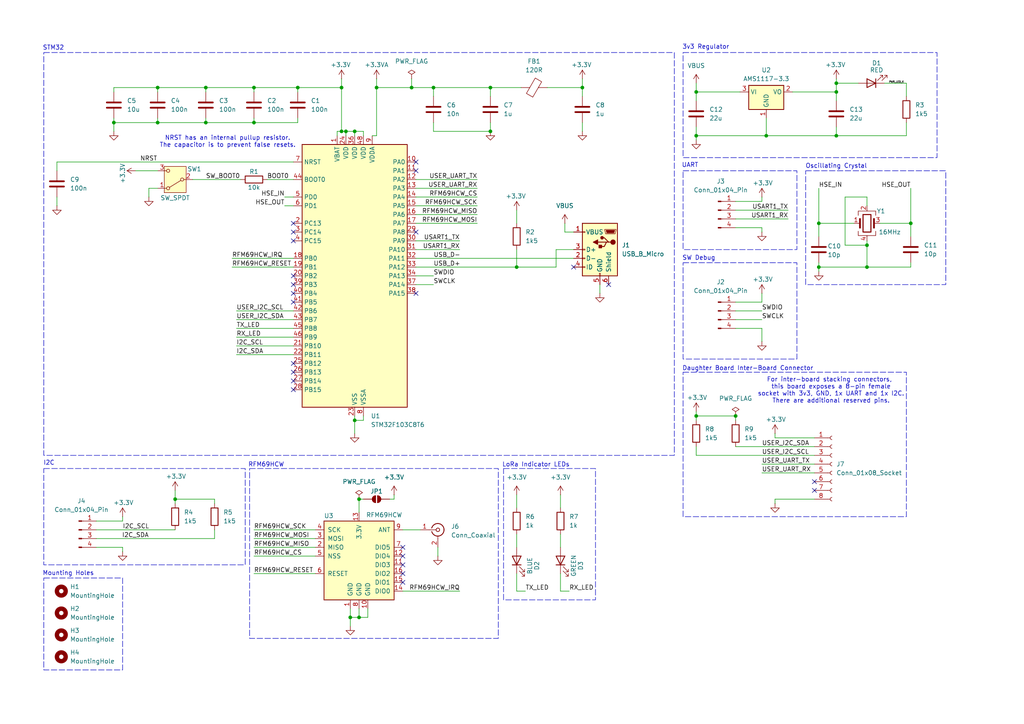
<source format=kicad_sch>
(kicad_sch (version 20250114) (generator "eeschema") (generator_version "9.0")
  (paper "A4")
  (lib_symbols
    (symbol "Connector:Conn_01x04_Pin" (pin_names (offset 1.016) (hide yes))
      (property "Reference" "J" (at 0 5.08 0))
      (property "Value" "Conn_01x04_Pin" (at 0 -7.62 0))
      (symbol "Conn_01x04_Pin_1_1"
        (pin passive line (at 5.08 2.54 180) (length 3.81) (name "Pin_1") (number "1"))
        (pin passive line (at 5.08 0 180) (length 3.81) (name "Pin_2") (number "2"))
        (pin passive line (at 5.08 -2.54 180) (length 3.81) (name "Pin_3") (number "3"))
        (pin passive line (at 5.08 -5.08 180) (length 3.81) (name "Pin_4") (number "4"))
      )
    )
    (symbol "Connector:Conn_01x08_Socket" (pin_names (offset 1.016) (hide yes))
      (property "Reference" "J" (at 0 10.16 0))
      (property "Value" "Conn_01x08_Socket" (at 0 -12.7 0))
      (symbol "Conn_01x08_Socket_1_1"
        (pin passive line (at -5.08 7.62 0) (length 3.81) (name "Pin_1") (number "1"))
        (pin passive line (at -5.08 5.08 0) (length 3.81) (name "Pin_2") (number "2"))
        (pin passive line (at -5.08 2.54 0) (length 3.81) (name "Pin_3") (number "3"))
        (pin passive line (at -5.08 0 0) (length 3.81) (name "Pin_4") (number "4"))
        (pin passive line (at -5.08 -2.54 0) (length 3.81) (name "Pin_5") (number "5"))
        (pin passive line (at -5.08 -5.08 0) (length 3.81) (name "Pin_6") (number "6"))
        (pin passive line (at -5.08 -7.62 0) (length 3.81) (name "Pin_7") (number "7"))
        (pin passive line (at -5.08 -10.16 0) (length 3.81) (name "Pin_8") (number "8"))
      )
    )
    (symbol "Connector:Conn_Coaxial" (pin_names (offset 1.016) (hide yes))
      (property "Reference" "J" (at 0.254 3.048 0))
      (property "Value" "Conn_Coaxial" (at 2.921 0 90))
      (symbol "Conn_Coaxial_1_1"
        (pin passive line (at -5.08 0 0) (length 2.54) (name "In") (number "1"))
        (pin passive line (at 0 -5.08 90) (length 2.54) (name "Ext") (number "2"))
      )
    )
    (symbol "Connector:USB_B_Micro" (pin_names (offset 1.016))
      (property "Reference" "J" (at -5.08 11.43 0))
      (property "Value" "USB_B_Micro" (at -5.08 8.89 0))
      (symbol "USB_B_Micro_1_1"
        (pin passive line (at -2.54 -10.16 90) (length 2.54) (name "Shield") (number "6"))
        (pin power_out line (at 0 -10.16 90) (length 2.54) (name "GND") (number "5"))
        (pin power_out line (at 7.62 5.08 180) (length 2.54) (name "VBUS") (number "1"))
        (pin bidirectional line (at 7.62 0 180) (length 2.54) (name "D+") (number "3"))
        (pin bidirectional line (at 7.62 -2.54 180) (length 2.54) (name "D-") (number "2"))
        (pin passive line (at 7.62 -5.08 180) (length 2.54) (name "ID") (number "4"))
      )
    )
    (symbol "Device:C" (pin_numbers (hide yes)) (pin_names (offset 0.254))
      (property "Reference" "C" (at 0.635 2.54 0))
      (property "Value" "C" (at 0.635 -2.54 0))
      (symbol "C_1_1"
        (pin passive line (at 0 3.81 270) (length 2.794) (name "~") (number "1"))
        (pin passive line (at 0 -3.81 90) (length 2.794) (name "~") (number "2"))
      )
    )
    (symbol "Device:Crystal_GND24" (pin_names (offset 1.016) (hide yes))
      (property "Reference" "Y" (at 3.175 5.08 0))
      (property "Value" "Crystal_GND24" (at 3.175 3.175 0))
      (symbol "Crystal_GND24_1_1"
        (pin passive line (at -3.81 0 0) (length 1.27) (name "1") (number "1"))
        (pin passive line (at 0 5.08 270) (length 1.27) (name "2") (number "2"))
        (pin passive line (at 0 -5.08 90) (length 1.27) (name "4") (number "4"))
        (pin passive line (at 3.81 0 180) (length 1.27) (name "3") (number "3"))
      )
    )
    (symbol "Device:FerriteBead" (pin_numbers (hide yes)) (pin_names (offset 0))
      (property "Reference" "FB" (at -3.81 0.635 90))
      (property "Value" "FerriteBead" (at 3.81 0 90))
      (symbol "FerriteBead_1_1"
        (pin passive line (at 0 3.81 270) (length 2.54) (name "~") (number "1"))
        (pin passive line (at 0 -3.81 90) (length 2.54) (name "~") (number "2"))
      )
    )
    (symbol "Device:LED" (pin_numbers (hide yes)) (pin_names (offset 1.016) (hide yes))
      (property "Reference" "D" (at 0 2.54 0))
      (property "Value" "LED" (at 0 -2.54 0))
      (symbol "LED_1_1"
        (pin passive line (at -3.81 0 0) (length 2.54) (name "K") (number "1"))
        (pin passive line (at 3.81 0 180) (length 2.54) (name "A") (number "2"))
      )
    )
    (symbol "Device:R" (pin_numbers (hide yes)) (pin_names (offset 0))
      (property "Reference" "R" (at 2.032 0 90))
      (property "Value" "R" (at 0 0 90))
      (symbol "R_1_1"
        (pin passive line (at 0 3.81 270) (length 1.27) (name "~") (number "1"))
        (pin passive line (at 0 -3.81 90) (length 1.27) (name "~") (number "2"))
      )
    )
    (symbol "Jumper:SolderJumper_2_Open" (pin_numbers (hide yes)) (pin_names (offset 0) (hide yes)) (in_bom no)
      (property "Reference" "JP" (at 0 2.032 0))
      (property "Value" "SolderJumper_2_Open" (at 0 -2.54 0))
      (symbol "SolderJumper_2_Open_1_1"
        (pin passive line (at -3.81 0 0) (length 2.54) (name "A") (number "1"))
        (pin passive line (at 3.81 0 180) (length 2.54) (name "B") (number "2"))
      )
    )
    (symbol "MCU_ST_STM32F1:STM32F103C8Tx"
      (property "Reference" "U" (at -15.24 39.37 0))
      (property "Value" "STM32F103C8Tx" (at 7.62 39.37 0))
      (symbol "STM32F103C8Tx_1_1"
        (pin input line (at -17.78 33.02 0) (length 2.54) (name "NRST") (number "7"))
        (pin input line (at -17.78 27.94 0) (length 2.54) (name "BOOT0") (number "44"))
        (pin bidirectional line (at -17.78 22.86 0) (length 2.54) (name "PD0") (number "5"))
        (pin bidirectional line (at -17.78 20.32 0) (length 2.54) (name "PD1") (number "6"))
        (pin bidirectional line (at -17.78 15.24 0) (length 2.54) (name "PC13") (number "2"))
        (pin bidirectional line (at -17.78 12.7 0) (length 2.54) (name "PC14") (number "3"))
        (pin bidirectional line (at -17.78 10.16 0) (length 2.54) (name "PC15") (number "4"))
        (pin bidirectional line (at -17.78 5.08 0) (length 2.54) (name "PB0") (number "18"))
        (pin bidirectional line (at -17.78 2.54 0) (length 2.54) (name "PB1") (number "19"))
        (pin bidirectional line (at -17.78 0 0) (length 2.54) (name "PB2") (number "20"))
        (pin bidirectional line (at -17.78 -2.54 0) (length 2.54) (name "PB3") (number "39"))
        (pin bidirectional line (at -17.78 -5.08 0) (length 2.54) (name "PB4") (number "40"))
        (pin bidirectional line (at -17.78 -7.62 0) (length 2.54) (name "PB5") (number "41"))
        (pin bidirectional line (at -17.78 -10.16 0) (length 2.54) (name "PB6") (number "42"))
        (pin bidirectional line (at -17.78 -12.7 0) (length 2.54) (name "PB7") (number "43"))
        (pin bidirectional line (at -17.78 -15.24 0) (length 2.54) (name "PB8") (number "45"))
        (pin bidirectional line (at -17.78 -17.78 0) (length 2.54) (name "PB9") (number "46"))
        (pin bidirectional line (at -17.78 -20.32 0) (length 2.54) (name "PB10") (number "21"))
        (pin bidirectional line (at -17.78 -22.86 0) (length 2.54) (name "PB11") (number "22"))
        (pin bidirectional line (at -17.78 -25.4 0) (length 2.54) (name "PB12") (number "25"))
        (pin bidirectional line (at -17.78 -27.94 0) (length 2.54) (name "PB13") (number "26"))
        (pin bidirectional line (at -17.78 -30.48 0) (length 2.54) (name "PB14") (number "27"))
        (pin bidirectional line (at -17.78 -33.02 0) (length 2.54) (name "PB15") (number "28"))
        (pin power_in line (at -5.08 40.64 270) (length 2.54) (name "VBAT") (number "1"))
        (pin power_in line (at -2.54 40.64 270) (length 2.54) (name "VDD") (number "24"))
        (pin power_in line (at 0 40.64 270) (length 2.54) (name "VDD") (number "36"))
        (pin power_in line (at 0 -40.64 90) (length 2.54) (name "VSS") (number "23"))
        (pin passive line (at 0 -40.64 90) (length 2.54) (hide yes) (name "VSS") (number "35"))
        (pin passive line (at 0 -40.64 90) (length 2.54) (hide yes) (name "VSS") (number "47"))
        (pin power_in line (at 2.54 40.64 270) (length 2.54) (name "VDD") (number "48"))
        (pin power_in line (at 2.54 -40.64 90) (length 2.54) (name "VSSA") (number "8"))
        (pin power_in line (at 5.08 40.64 270) (length 2.54) (name "VDDA") (number "9"))
        (pin bidirectional line (at 17.78 33.02 180) (length 2.54) (name "PA0") (number "10"))
        (pin bidirectional line (at 17.78 30.48 180) (length 2.54) (name "PA1") (number "11"))
        (pin bidirectional line (at 17.78 27.94 180) (length 2.54) (name "PA2") (number "12"))
        (pin bidirectional line (at 17.78 25.4 180) (length 2.54) (name "PA3") (number "13"))
        (pin bidirectional line (at 17.78 22.86 180) (length 2.54) (name "PA4") (number "14"))
        (pin bidirectional line (at 17.78 20.32 180) (length 2.54) (name "PA5") (number "15"))
        (pin bidirectional line (at 17.78 17.78 180) (length 2.54) (name "PA6") (number "16"))
        (pin bidirectional line (at 17.78 15.24 180) (length 2.54) (name "PA7") (number "17"))
        (pin bidirectional line (at 17.78 12.7 180) (length 2.54) (name "PA8") (number "29"))
        (pin bidirectional line (at 17.78 10.16 180) (length 2.54) (name "PA9") (number "30"))
        (pin bidirectional line (at 17.78 7.62 180) (length 2.54) (name "PA10") (number "31"))
        (pin bidirectional line (at 17.78 5.08 180) (length 2.54) (name "PA11") (number "32"))
        (pin bidirectional line (at 17.78 2.54 180) (length 2.54) (name "PA12") (number "33"))
        (pin bidirectional line (at 17.78 0 180) (length 2.54) (name "PA13") (number "34"))
        (pin bidirectional line (at 17.78 -2.54 180) (length 2.54) (name "PA14") (number "37"))
        (pin bidirectional line (at 17.78 -5.08 180) (length 2.54) (name "PA15") (number "38"))
      )
    )
    (symbol "Mechanical:MountingHole" (pin_names (offset 1.016)) (in_bom no)
      (property "Reference" "H" (at 0 5.08 0))
      (property "Value" "MountingHole" (at 0 3.175 0))
    )
    (symbol "RF_Module:RFM69HCW" (pin_names (offset 1.016))
      (property "Reference" "U" (at -10.414 11.684 0))
      (property "Value" "RFM69HCW" (at 1.524 11.43 0))
      (symbol "RFM69HCW_1_1"
        (pin input line (at -12.7 7.62 0) (length 2.54) (name "SCK") (number "4"))
        (pin input line (at -12.7 5.08 0) (length 2.54) (name "MOSI") (number "3"))
        (pin output line (at -12.7 2.54 0) (length 2.54) (name "MISO") (number "2"))
        (pin input line (at -12.7 0 0) (length 2.54) (name "NSS") (number "5"))
        (pin bidirectional line (at -12.7 -5.08 0) (length 2.54) (name "RESET") (number "6"))
        (pin power_in line (at -2.54 -15.24 90) (length 2.54) (name "GND") (number "1"))
        (pin power_in line (at 0 12.7 270) (length 2.54) (name "3.3V") (number "13"))
        (pin power_in line (at 0 -15.24 90) (length 2.54) (name "GND") (number "8"))
        (pin power_in line (at 2.54 -15.24 90) (length 2.54) (name "GND") (number "10"))
        (pin bidirectional line (at 12.7 7.62 180) (length 2.54) (name "ANT") (number "9"))
        (pin bidirectional line (at 12.7 2.54 180) (length 2.54) (name "DIO5") (number "7"))
        (pin bidirectional line (at 12.7 0 180) (length 2.54) (name "DIO4") (number "12"))
        (pin bidirectional line (at 12.7 -2.54 180) (length 2.54) (name "DIO3") (number "11"))
        (pin bidirectional line (at 12.7 -5.08 180) (length 2.54) (name "DIO2") (number "16"))
        (pin bidirectional line (at 12.7 -7.62 180) (length 2.54) (name "DIO1") (number "15"))
        (pin bidirectional line (at 12.7 -10.16 180) (length 2.54) (name "DIO0") (number "14"))
      )
    )
    (symbol "Regulator_Linear:AMS1117-3.3"
      (property "Reference" "U" (at -3.81 3.175 0))
      (property "Value" "AMS1117-3.3" (at 0 3.175 0))
      (symbol "AMS1117-3.3_1_1"
        (pin power_in line (at -7.62 0 0) (length 2.54) (name "VI") (number "3"))
        (pin power_in line (at 0 -7.62 90) (length 2.54) (name "GND") (number "1"))
        (pin power_out line (at 7.62 0 180) (length 2.54) (name "VO") (number "2"))
      )
    )
    (symbol "Switch:SW_SPDT" (pin_names (offset 0) (hide yes))
      (property "Reference" "SW" (at 0 5.08 0))
      (property "Value" "SW_SPDT" (at 0 -5.08 0))
      (symbol "SW_SPDT_1_1"
        (pin passive line (at -5.08 0 0) (length 2.54) (name "B") (number "2"))
        (pin passive line (at 5.08 2.54 180) (length 2.54) (name "A") (number "1"))
        (pin passive line (at 5.08 -2.54 180) (length 2.54) (name "C") (number "3"))
      )
    )
    (symbol "power:+3.3V" (power) (pin_numbers (hide yes)) (pin_names (offset 0) (hide yes))
      (property "Value" "+3.3V" (at 0 3.556 0))
      (symbol "+3.3V_1_1"
        (pin power_in line (at 0 0 90) (length 0) (name "~") (number "1"))
      )
    )
    (symbol "power:+3.3VA" (power) (pin_numbers (hide yes)) (pin_names (offset 0) (hide yes))
      (property "Value" "+3.3VA" (at 0 3.556 0))
      (symbol "+3.3VA_1_1"
        (pin power_in line (at 0 0 90) (length 0) (name "~") (number "1"))
      )
    )
    (symbol "power:GND" (power) (pin_numbers (hide yes)) (pin_names (offset 0) (hide yes))
      (property "Value" "GND" (at 0 -3.81 0))
      (symbol "GND_1_1"
        (pin power_in line (at 0 0 270) (length 0) (name "~") (number "1"))
      )
    )
    (symbol "power:PWR_FLAG" (power) (pin_numbers (hide yes)) (pin_names (offset 0) (hide yes))
      (property "Value" "PWR_FLAG" (at 0 3.81 0))
      (symbol "PWR_FLAG_0_0"
        (pin power_out line (at 0 0 90) (length 0) (name "~") (number "1"))
      )
    )
    (symbol "power:VBUS" (power) (pin_numbers (hide yes)) (pin_names (offset 0) (hide yes))
      (property "Value" "VBUS" (at 0 3.556 0))
      (symbol "VBUS_1_1"
        (pin power_in line (at 0 0 90) (length 0) (name "~") (number "1"))
      )
    )
  )
  (rectangle (start 146.05 135.89) (end 172.72 173.99) (stroke (width 0) (type dash)))
  (rectangle (start 12.7 167.64) (end 35.56 194.31) (stroke (width 0) (type dash)))
  (rectangle (start 198.12 76.2) (end 231.14 104.14) (stroke (width 0) (type dash)))
  (rectangle (start 198.12 15.24) (end 271.78 45.72) (stroke (width 0) (type dash)))
  (rectangle (start 198.12 107.95) (end 262.89 149.86) (stroke (width 0) (type dash)))
  (rectangle (start 72.39 135.89) (end 144.526 185.166) (stroke (width 0) (type dash)))
  (rectangle (start 233.68 49.53) (end 274.32 82.55) (stroke (width 0) (type dash)))
  (rectangle (start 12.7 15.24) (end 195.58 132.08) (stroke (width 0) (type dash)))
  (rectangle (start 198.12 49.53) (end 231.14 72.39) (stroke (width 0) (type dash)))
  (rectangle (start 12.7 135.89) (end 71.12 163.83) (stroke (width 0) (type dash)))
  (text "Daughter Board Inter-Board Connector" (at 216.916 106.934 0) (effects (font (size 1.27 1.27))))
  (text "SW Debug" (at 202.692 74.93 0) (effects (font (size 1.27 1.27))))
  (text "Mounting Holes" (at 19.812 166.37 0) (effects (font (size 1.27 1.27))))
  (text "NRST has an internal pullup resistor.\nThe capacitor is to prevent false resets.\n" (at 66.04 41.148 0) (effects (font (size 1.27 1.27))))
  (text "UART" (at 200.152 48.006 0) (effects (font (size 1.27 1.27))))
  (text "STM32" (at 15.494 13.97 0) (effects (font (size 1.27 1.27))))
  (text "For inter-board stacking connectors, \nthis board exposes a 8-pin female\nsocket with 3v3, GND, 1x UART and 1x I2C.\nThere are additional reserved pins." (at 241.046 113.284 0) (effects (font (size 1.27 1.27))))
  (text "3v3 Regulator" (at 204.724 13.716 0) (effects (font (size 1.27 1.27))))
  (text "Oscillating Crystal" (at 242.57 48.26 0) (effects (font (size 1.27 1.27))))
  (text "I2C" (at 14.224 134.366 0) (effects (font (size 1.27 1.27))))
  (text "RFM69HCW" (at 77.216 134.874 0) (effects (font (size 1.27 1.27))))
  (text "LoRa Indicator LEDs" (at 155.448 134.874 0) (effects (font (size 1.27 1.27))))
  (junction (at 50.8 144.78))
  (junction (at 149.86 77.47))
  (junction (at 73.66 25.4))
  (junction (at 264.16 64.77))
  (junction (at 101.6 179.07))
  (junction (at 237.49 64.77))
  (junction (at 242.57 26.67))
  (junction (at 119.38 25.4))
  (junction (at 59.69 25.4))
  (junction (at 251.46 71.12))
  (junction (at 251.46 77.47))
  (junction (at 102.87 121.92))
  (junction (at 99.06 25.4))
  (junction (at 222.25 39.37))
  (junction (at 168.91 25.4))
  (junction (at 109.22 25.4))
  (junction (at 104.14 144.78))
  (junction (at 242.57 24.13))
  (junction (at 59.69 35.56))
  (junction (at 201.93 39.37))
  (junction (at 45.72 35.56))
  (junction (at 213.36 120.65))
  (junction (at 125.73 25.4))
  (junction (at 33.02 35.56))
  (junction (at 142.24 25.4))
  (junction (at 201.93 120.65))
  (junction (at 142.24 38.1))
  (junction (at 104.14 179.07))
  (junction (at 100.33 38.1))
  (junction (at 201.93 26.67))
  (junction (at 242.57 39.37))
  (junction (at 237.49 77.47))
  (junction (at 102.87 38.1))
  (junction (at 45.72 25.4))
  (junction (at 73.66 35.56))
  (junction (at 99.06 38.1))
  (junction (at 86.36 25.4))
  (no_connect (at 85.09 69.85))
  (no_connect (at 116.84 161.29))
  (no_connect (at 85.09 82.55))
  (no_connect (at 116.84 158.75))
  (no_connect (at 85.09 113.03))
  (no_connect (at 166.37 77.47))
  (no_connect (at 236.22 142.24))
  (no_connect (at 120.65 46.99))
  (no_connect (at 85.09 80.01))
  (no_connect (at 85.09 85.09))
  (no_connect (at 85.09 64.77))
  (no_connect (at 85.09 67.31))
  (no_connect (at 120.65 49.53))
  (no_connect (at 176.53 82.55))
  (no_connect (at 236.22 139.7))
  (no_connect (at 120.65 85.09))
  (no_connect (at 116.84 166.37))
  (no_connect (at 85.09 87.63))
  (no_connect (at 120.65 67.31))
  (no_connect (at 116.84 163.83))
  (no_connect (at 85.09 110.49))
  (no_connect (at 85.09 105.41))
  (no_connect (at 116.84 168.91))
  (no_connect (at 85.09 107.95))
  (wire (pts (xy 242.57 26.67) (xy 242.57 29.21)))
  (wire (pts (xy 73.66 161.29) (xy 91.44 161.29)))
  (wire (pts (xy 102.87 38.1) (xy 102.87 39.37)))
  (wire (pts (xy 82.55 59.69) (xy 85.09 59.69)))
  (wire (pts (xy 220.98 90.17) (xy 213.36 90.17)))
  (wire (pts (xy 27.94 156.21) (xy 62.23 156.21)))
  (wire (pts (xy 213.36 129.54) (xy 236.22 129.54)))
  (wire (pts (xy 116.84 171.45) (xy 133.35 171.45)))
  (wire (pts (xy 62.23 146.05) (xy 62.23 144.78)))
  (wire (pts (xy 45.72 25.4) (xy 45.72 26.67)))
  (wire (pts (xy 142.24 25.4) (xy 151.13 25.4)))
  (wire (pts (xy 77.47 52.07) (xy 85.09 52.07)))
  (wire (pts (xy 116.84 153.67) (xy 121.92 153.67)))
  (wire (pts (xy 220.98 95.25) (xy 220.98 99.06)))
  (wire (pts (xy 68.58 92.71) (xy 85.09 92.71)))
  (wire (pts (xy 264.16 54.61) (xy 264.16 64.77)))
  (wire (pts (xy 220.98 92.71) (xy 213.36 92.71)))
  (wire (pts (xy 251.46 59.69) (xy 251.46 57.15)))
  (wire (pts (xy 224.79 144.78) (xy 224.79 146.05)))
  (wire (pts (xy 125.73 25.4) (xy 142.24 25.4)))
  (wire (pts (xy 120.65 80.01) (xy 125.73 80.01)))
  (wire (pts (xy 262.89 24.13) (xy 262.89 27.94)))
  (wire (pts (xy 251.46 71.12) (xy 251.46 77.47)))
  (wire (pts (xy 245.11 57.15) (xy 245.11 71.12)))
  (wire (pts (xy 149.86 143.51) (xy 149.86 147.32)))
  (wire (pts (xy 222.25 39.37) (xy 201.93 39.37)))
  (wire (pts (xy 120.65 57.15) (xy 138.43 57.15)))
  (wire (pts (xy 262.89 39.37) (xy 242.57 39.37)))
  (wire (pts (xy 73.66 156.21) (xy 91.44 156.21)))
  (wire (pts (xy 224.79 127) (xy 236.22 127)))
  (wire (pts (xy 55.88 52.07) (xy 69.85 52.07)))
  (wire (pts (xy 86.36 25.4) (xy 99.06 25.4)))
  (wire (pts (xy 73.66 35.56) (xy 86.36 35.56)))
  (wire (pts (xy 50.8 144.78) (xy 50.8 146.05)))
  (wire (pts (xy 100.33 38.1) (xy 102.87 38.1)))
  (wire (pts (xy 16.51 46.99) (xy 85.09 46.99)))
  (wire (pts (xy 68.58 90.17) (xy 85.09 90.17)))
  (wire (pts (xy 264.16 64.77) (xy 264.16 68.58)))
  (wire (pts (xy 127 158.75) (xy 127 161.29)))
  (wire (pts (xy 264.16 76.2) (xy 264.16 77.47)))
  (wire (pts (xy 120.65 54.61) (xy 138.43 54.61)))
  (wire (pts (xy 201.93 36.83) (xy 201.93 39.37)))
  (wire (pts (xy 162.56 143.51) (xy 162.56 147.32)))
  (wire (pts (xy 43.18 57.15) (xy 43.18 54.61)))
  (wire (pts (xy 73.66 25.4) (xy 73.66 26.67)))
  (wire (pts (xy 104.14 176.53) (xy 104.14 179.07)))
  (wire (pts (xy 245.11 71.12) (xy 251.46 71.12)))
  (wire (pts (xy 16.51 57.15) (xy 16.51 59.69)))
  (wire (pts (xy 73.66 158.75) (xy 91.44 158.75)))
  (wire (pts (xy 149.86 171.45) (xy 152.4 171.45)))
  (wire (pts (xy 255.27 64.77) (xy 264.16 64.77)))
  (wire (pts (xy 114.3 144.78) (xy 113.03 144.78)))
  (wire (pts (xy 236.22 144.78) (xy 224.79 144.78)))
  (wire (pts (xy 220.98 87.63) (xy 213.36 87.63)))
  (wire (pts (xy 242.57 24.13) (xy 248.92 24.13)))
  (wire (pts (xy 251.46 77.47) (xy 264.16 77.47)))
  (wire (pts (xy 59.69 25.4) (xy 45.72 25.4)))
  (wire (pts (xy 251.46 69.85) (xy 251.46 71.12)))
  (wire (pts (xy 162.56 171.45) (xy 165.1 171.45)))
  (wire (pts (xy 237.49 64.77) (xy 247.65 64.77)))
  (wire (pts (xy 256.54 24.13) (xy 262.89 24.13)))
  (wire (pts (xy 114.3 143.51) (xy 114.3 144.78)))
  (wire (pts (xy 237.49 64.77) (xy 237.49 68.58)))
  (wire (pts (xy 149.86 72.39) (xy 149.86 77.47)))
  (wire (pts (xy 119.38 25.4) (xy 109.22 25.4)))
  (wire (pts (xy 99.06 38.1) (xy 100.33 38.1)))
  (wire (pts (xy 27.94 158.75) (xy 35.56 158.75)))
  (wire (pts (xy 224.79 125.73) (xy 224.79 127)))
  (wire (pts (xy 201.93 26.67) (xy 214.63 26.67)))
  (wire (pts (xy 201.93 39.37) (xy 201.93 40.64)))
  (wire (pts (xy 213.36 63.5) (xy 228.6 63.5)))
  (wire (pts (xy 213.36 60.96) (xy 228.6 60.96)))
  (wire (pts (xy 109.22 39.37) (xy 107.95 39.37)))
  (wire (pts (xy 101.6 179.07) (xy 101.6 181.61)))
  (wire (pts (xy 120.65 74.93) (xy 166.37 74.93)))
  (wire (pts (xy 242.57 22.86) (xy 242.57 24.13)))
  (wire (pts (xy 201.93 132.08) (xy 236.22 132.08)))
  (wire (pts (xy 68.58 100.33) (xy 85.09 100.33)))
  (wire (pts (xy 68.58 97.79) (xy 85.09 97.79)))
  (wire (pts (xy 161.29 77.47) (xy 161.29 72.39)))
  (wire (pts (xy 201.93 24.13) (xy 201.93 26.67)))
  (wire (pts (xy 213.36 95.25) (xy 220.98 95.25)))
  (wire (pts (xy 35.56 158.75) (xy 35.56 160.02)))
  (wire (pts (xy 120.65 59.69) (xy 138.43 59.69)))
  (wire (pts (xy 101.6 179.07) (xy 104.14 179.07)))
  (wire (pts (xy 82.55 57.15) (xy 85.09 57.15)))
  (wire (pts (xy 242.57 36.83) (xy 242.57 39.37)))
  (wire (pts (xy 27.94 153.67) (xy 50.8 153.67)))
  (wire (pts (xy 33.02 35.56) (xy 33.02 34.29)))
  (wire (pts (xy 102.87 38.1) (xy 105.41 38.1)))
  (wire (pts (xy 86.36 25.4) (xy 73.66 25.4)))
  (wire (pts (xy 237.49 54.61) (xy 237.49 64.77)))
  (wire (pts (xy 125.73 38.1) (xy 142.24 38.1)))
  (wire (pts (xy 201.93 120.65) (xy 201.93 121.92)))
  (wire (pts (xy 237.49 77.47) (xy 251.46 77.47)))
  (wire (pts (xy 59.69 25.4) (xy 59.69 26.67)))
  (wire (pts (xy 43.18 54.61) (xy 45.72 54.61)))
  (wire (pts (xy 59.69 35.56) (xy 59.69 34.29)))
  (wire (pts (xy 99.06 38.1) (xy 97.79 38.1)))
  (wire (pts (xy 201.93 119.38) (xy 201.93 120.65)))
  (wire (pts (xy 201.93 29.21) (xy 201.93 26.67)))
  (wire (pts (xy 149.86 60.96) (xy 149.86 64.77)))
  (wire (pts (xy 45.72 35.56) (xy 59.69 35.56)))
  (wire (pts (xy 105.41 121.92) (xy 102.87 121.92)))
  (wire (pts (xy 149.86 154.94) (xy 149.86 158.75)))
  (wire (pts (xy 109.22 22.86) (xy 109.22 25.4)))
  (wire (pts (xy 99.06 25.4) (xy 99.06 38.1)))
  (wire (pts (xy 168.91 22.86) (xy 168.91 25.4)))
  (wire (pts (xy 237.49 76.2) (xy 237.49 77.47)))
  (wire (pts (xy 101.6 176.53) (xy 101.6 179.07)))
  (wire (pts (xy 168.91 25.4) (xy 168.91 27.94)))
  (wire (pts (xy 27.94 151.13) (xy 35.56 151.13)))
  (wire (pts (xy 201.93 120.65) (xy 213.36 120.65)))
  (wire (pts (xy 106.68 176.53) (xy 106.68 179.07)))
  (wire (pts (xy 105.41 120.65) (xy 105.41 121.92)))
  (wire (pts (xy 73.66 25.4) (xy 59.69 25.4)))
  (wire (pts (xy 105.41 144.78) (xy 104.14 144.78)))
  (wire (pts (xy 220.98 137.16) (xy 236.22 137.16)))
  (wire (pts (xy 67.31 77.47) (xy 85.09 77.47)))
  (wire (pts (xy 120.65 77.47) (xy 149.86 77.47)))
  (wire (pts (xy 120.65 52.07) (xy 138.43 52.07)))
  (wire (pts (xy 262.89 35.56) (xy 262.89 39.37)))
  (wire (pts (xy 86.36 35.56) (xy 86.36 34.29)))
  (wire (pts (xy 222.25 34.29) (xy 222.25 39.37)))
  (wire (pts (xy 45.72 35.56) (xy 45.72 34.29)))
  (wire (pts (xy 220.98 134.62) (xy 236.22 134.62)))
  (wire (pts (xy 237.49 77.47) (xy 237.49 78.74)))
  (wire (pts (xy 162.56 166.37) (xy 162.56 171.45)))
  (wire (pts (xy 158.75 25.4) (xy 168.91 25.4)))
  (wire (pts (xy 161.29 72.39) (xy 166.37 72.39)))
  (wire (pts (xy 68.58 95.25) (xy 85.09 95.25)))
  (wire (pts (xy 102.87 121.92) (xy 102.87 125.73)))
  (wire (pts (xy 120.65 72.39) (xy 133.35 72.39)))
  (wire (pts (xy 125.73 25.4) (xy 125.73 27.94)))
  (wire (pts (xy 142.24 35.56) (xy 142.24 38.1)))
  (wire (pts (xy 59.69 35.56) (xy 73.66 35.56)))
  (wire (pts (xy 162.56 154.94) (xy 162.56 158.75)))
  (wire (pts (xy 220.98 66.04) (xy 220.98 67.31)))
  (wire (pts (xy 50.8 142.24) (xy 50.8 144.78)))
  (wire (pts (xy 213.36 58.42) (xy 220.98 58.42)))
  (wire (pts (xy 97.79 38.1) (xy 97.79 39.37)))
  (wire (pts (xy 149.86 77.47) (xy 161.29 77.47)))
  (wire (pts (xy 62.23 144.78) (xy 50.8 144.78)))
  (wire (pts (xy 213.36 66.04) (xy 220.98 66.04)))
  (wire (pts (xy 149.86 166.37) (xy 149.86 171.45)))
  (wire (pts (xy 168.91 35.56) (xy 168.91 38.1)))
  (wire (pts (xy 104.14 144.78) (xy 104.14 148.59)))
  (wire (pts (xy 33.02 25.4) (xy 33.02 26.67)))
  (wire (pts (xy 201.93 132.08) (xy 201.93 129.54)))
  (wire (pts (xy 102.87 120.65) (xy 102.87 121.92)))
  (wire (pts (xy 62.23 153.67) (xy 62.23 156.21)))
  (wire (pts (xy 33.02 35.56) (xy 33.02 38.1)))
  (wire (pts (xy 125.73 25.4) (xy 119.38 25.4)))
  (wire (pts (xy 119.38 22.86) (xy 119.38 25.4)))
  (wire (pts (xy 229.87 26.67) (xy 242.57 26.67)))
  (wire (pts (xy 100.33 38.1) (xy 100.33 39.37)))
  (wire (pts (xy 120.65 64.77) (xy 138.43 64.77)))
  (wire (pts (xy 68.58 102.87) (xy 85.09 102.87)))
  (wire (pts (xy 86.36 26.67) (xy 86.36 25.4)))
  (wire (pts (xy 45.72 25.4) (xy 33.02 25.4)))
  (wire (pts (xy 213.36 121.92) (xy 213.36 120.65)))
  (wire (pts (xy 142.24 27.94) (xy 142.24 25.4)))
  (wire (pts (xy 35.56 151.13) (xy 35.56 149.86)))
  (wire (pts (xy 39.37 49.53) (xy 45.72 49.53)))
  (wire (pts (xy 242.57 39.37) (xy 222.25 39.37)))
  (wire (pts (xy 105.41 38.1) (xy 105.41 39.37)))
  (wire (pts (xy 33.02 35.56) (xy 45.72 35.56)))
  (wire (pts (xy 109.22 25.4) (xy 109.22 39.37)))
  (wire (pts (xy 120.65 82.55) (xy 125.73 82.55)))
  (wire (pts (xy 99.06 22.86) (xy 99.06 25.4)))
  (wire (pts (xy 67.31 74.93) (xy 85.09 74.93)))
  (wire (pts (xy 104.14 179.07) (xy 106.68 179.07)))
  (wire (pts (xy 163.83 64.77) (xy 163.83 67.31)))
  (wire (pts (xy 163.83 67.31) (xy 166.37 67.31)))
  (wire (pts (xy 125.73 35.56) (xy 125.73 38.1)))
  (wire (pts (xy 242.57 24.13) (xy 242.57 26.67)))
  (wire (pts (xy 73.66 166.37) (xy 91.44 166.37)))
  (wire (pts (xy 16.51 49.53) (xy 16.51 46.99)))
  (wire (pts (xy 73.66 153.67) (xy 91.44 153.67)))
  (wire (pts (xy 220.98 85.09) (xy 220.98 87.63)))
  (wire (pts (xy 251.46 57.15) (xy 245.11 57.15)))
  (wire (pts (xy 120.65 69.85) (xy 133.35 69.85)))
  (wire (pts (xy 220.98 58.42) (xy 220.98 57.15)))
  (wire (pts (xy 120.65 62.23) (xy 138.43 62.23)))
  (wire (pts (xy 73.66 35.56) (xy 73.66 34.29)))
  (wire (pts (xy 173.99 82.55) (xy 173.99 85.09)))
  (label "USART1_TX" (at 228.6 60.96 180))
  (label "RFM69HCW_IRQ" (at 133.35 171.45 180))
  (label "USER_UART_TX" (at 220.98 134.62 0))
  (label "TX_LED" (at 152.4 171.45 0))
  (label "USART1_RX" (at 133.35 72.39 180))
  (label "TX_LED" (at 68.58 95.25 0))
  (label "USART1_RX" (at 228.6 63.5 180))
  (label "RFM69HCW_SCK" (at 138.43 59.69 180))
  (label "USER_I2C_SDA" (at 220.98 129.54 0))
  (label "RFM69HCW_MOSI" (at 73.66 156.21 0))
  (label "I2C_SDA" (at 43.18 156.21 180))
  (label "I2C_SCL" (at 68.58 100.33 0))
  (label "HSE_IN" (at 237.49 54.61 0))
  (label "RFM69HCW_MOSI" (at 138.43 64.77 180))
  (label "BOOT0" (at 77.47 52.07 0))
  (label "I2C_SDA" (at 68.58 102.87 0))
  (label "USART1_TX" (at 133.35 69.85 180))
  (label "RX_LED" (at 165.1 171.45 0))
  (label "HSE_OUT" (at 264.16 54.61 180))
  (label "RFM69HCW_IRQ" (at 67.31 74.93 0))
  (label "SWDIO" (at 125.73 80.01 0))
  (label "RFM69HCW_MISO" (at 138.43 62.23 180))
  (label "USB_D-" (at 125.73 74.93 0))
  (label "USER_UART_TX" (at 138.43 52.07 180))
  (label "HSE_OUT" (at 82.55 59.69 180))
  (label "SW_BOOT0" (at 59.69 52.07 0))
  (label "RFM69HCW_CS" (at 73.66 161.29 0))
  (label "USER_UART_RX" (at 220.98 137.16 0))
  (label "SWCLK" (at 220.98 92.71 0))
  (label "RFM69HCW_MISO" (at 73.66 158.75 0))
  (label "HSE_IN" (at 82.55 57.15 180))
  (label "USER_I2C_SCL" (at 220.98 132.08 0))
  (label "RFM69HCW_RESET" (at 67.31 77.47 0))
  (label "SWDIO" (at 220.98 90.17 0))
  (label "RFM69HCW_RESET" (at 73.66 166.37 0))
  (label "NRST" (at 40.64 46.99 0))
  (label "USB_D+" (at 125.73 77.47 0))
  (label "USER_UART_RX" (at 138.43 54.61 180))
  (label "RFM69HCW_SCK" (at 73.66 153.67 0))
  (label "SWCLK" (at 125.73 82.55 0))
  (label "RX_LED" (at 68.58 97.79 0))
  (label "USER_I2C_SCL" (at 68.58 90.17 0))
  (label "I2C_SCL" (at 35.56 153.67 0))
  (label "PWR_LED_K" (at 257.81 24.13 0) (effects (font (size 0.508 0.508))))
  (label "USER_I2C_SDA" (at 68.58 92.71 0))
  (label "RFM69HCW_CS" (at 138.43 57.15 180))
  (symbol (lib_id "power:GND") (at 201.93 40.64 0) (unit 1)
    (property "Reference" "#PWR016" (effects (hide yes)))
    (property "Value" "GND" (effects (hide yes)))
    (property "Description" "Power symbol creates a global label with name \"GND\" , ground" (effects (hide yes)))
  )
  (symbol (lib_id "RF_Module:RFM69HCW") (at 104.14 161.29 0) (unit 1)
    (property "Reference" "U3" (at 93.98 149.606 0) (effects (justify left)))
    (property "Value" "RFM69HCW" (at 106.172 149.352 0) (effects (justify left)))
    (property "Footprint" "RF_Module:HOPERF_RFM9XW_SMD" (effects (hide yes)))
    (property "Datasheet" "https://www.hoperf.com/data/upload/portal/20181127/5bfcb8284d838.pdf" (effects (hide yes)))
    (property "Description" "Low power ISM Radio Transceiver Module, SPI interface, AES encryption, 434 or 915 MHz, up to 100mW, up to 300 kb/s, SMD-16, DIP-16" (effects (hide yes)))
  )
  (symbol (lib_id "Device:R") (at 149.86 68.58 0) (unit 1)
    (property "Reference" "R2" (at 152.4 67.3099 0) (effects (justify left)))
    (property "Value" "1k5" (at 152.4 69.8499 0) (effects (justify left)))
    (property "Footprint" "Resistor_SMD:R_0402_1005Metric" (effects (hide yes)))
    (property "Description" "Resistor" (effects (hide yes)))
  )
  (symbol (lib_id "power:+3.3V") (at 242.57 22.86 0) (unit 1)
    (property "Reference" "#PWR018" (effects (hide yes)))
    (property "Value" "+3.3V" (at 242.316 18.796 0))
    (property "Description" "Power symbol creates a global label with name \"+3.3V\"" (effects (hide yes)))
  )
  (symbol (lib_id "power:+3.3V") (at 99.06 22.86 0) (unit 1)
    (property "Reference" "#PWR01" (effects (hide yes)))
    (property "Value" "+3.3V" (at 98.806 18.796 0))
    (property "Description" "Power symbol creates a global label with name \"+3.3V\"" (effects (hide yes)))
  )
  (symbol (lib_id "Connector:Conn_Coaxial") (at 127 153.67 0) (unit 1)
    (property "Reference" "J6" (at 130.81 152.6931 0) (effects (justify left)))
    (property "Value" "Conn_Coaxial" (at 130.81 155.2331 0) (effects (justify left)))
    (property "Footprint" "Connector_Coaxial:SMA_Molex_73251-1153_EdgeMount_Horizontal" (effects (hide yes)))
    (property "Description" "coaxial connector (BNC, SMA, SMB, SMC, Cinch/RCA, LEMO, ...)" (effects (hide yes)))
  )
  (symbol (lib_id "power:GND") (at 224.79 146.05 0) (unit 1)
    (property "Reference" "#PWR032" (effects (hide yes)))
    (property "Value" "GND" (effects (hide yes)))
    (property "Description" "Power symbol creates a global label with name \"GND\" , ground" (effects (hide yes)))
  )
  (symbol (lib_id "MCU_ST_STM32F1:STM32F103C8Tx") (at 102.87 80.01 0) (unit 1)
    (property "Reference" "U1" (at 107.5533 120.65 0) (effects (justify left)))
    (property "Value" "STM32F103C8T6" (at 107.5533 123.19 0) (effects (justify left)))
    (property "Footprint" "Package_QFP:LQFP-48_7x7mm_P0.5mm" (effects (hide yes)))
    (property "Datasheet" "https://www.st.com/resource/en/datasheet/stm32f103c8.pdf" (effects (hide yes)))
    (property "Description" "STMicroelectronics Arm Cortex-M3 MCU, 64KB flash, 20KB RAM, 72 MHz, 2.0-3.6V, 37 GPIO, LQFP48" (effects (hide yes)))
  )
  (symbol (lib_id "power:+3.3V") (at 35.56 149.86 0) (mirror y) (unit 1)
    (property "Reference" "#PWR021" (effects (hide yes)))
    (property "Value" "+3.3V" (at 35.814 145.796 0))
    (property "Description" "Power symbol creates a global label with name \"+3.3V\"" (effects (hide yes)))
  )
  (symbol (lib_id "Device:C") (at 33.02 30.48 0) (unit 1)
    (property "Reference" "C5" (at 36.83 29.2099 0) (effects (justify left)))
    (property "Value" "10u" (at 36.83 31.7499 0) (effects (justify left)))
    (property "Footprint" "Capacitor_SMD:C_0603_1608Metric" (effects (hide yes)))
    (property "Description" "Unpolarized capacitor" (effects (hide yes)))
  )
  (symbol (lib_id "power:VBUS") (at 163.83 64.77 0) (unit 1)
    (property "Reference" "#PWR012" (effects (hide yes)))
    (property "Value" "VBUS" (at 163.83 59.69 0))
    (property "Description" "Power symbol creates a global label with name \"VBUS\"" (effects (hide yes)))
  )
  (symbol (lib_id "Connector:Conn_01x04_Pin") (at 208.28 90.17 0) (unit 1)
    (property "Reference" "J2" (at 209.042 81.788 0))
    (property "Value" "Conn_01x04_Pin" (at 209.042 84.328 0))
    (property "Footprint" "Connector_PinHeader_2.54mm:PinHeader_1x04_P2.54mm_Vertical" (effects (hide yes)))
    (property "Description" "Generic connector, single row, 01x04, script generated" (effects (hide yes)))
  )
  (symbol (lib_id "Device:R") (at 213.36 125.73 180) (unit 1)
    (property "Reference" "R9" (at 215.9 124.4599 0) (effects (justify right)))
    (property "Value" "1k5" (at 215.9 126.9999 0) (effects (justify right)))
    (property "Footprint" "Resistor_SMD:R_0402_1005Metric" (effects (hide yes)))
    (property "Description" "Resistor" (effects (hide yes)))
  )
  (symbol (lib_id "Device:C") (at 86.36 30.48 0) (unit 1)
    (property "Reference" "C1" (at 90.17 29.2099 0) (effects (justify left)))
    (property "Value" "100n" (at 90.17 31.7499 0) (effects (justify left)))
    (property "Footprint" "Capacitor_SMD:C_0402_1005Metric" (effects (hide yes)))
    (property "Description" "Unpolarized capacitor" (effects (hide yes)))
  )
  (symbol (lib_id "power:PWR_FLAG") (at 119.38 22.86 0) (unit 1)
    (property "Reference" "#FLG01" (effects (hide yes)))
    (property "Value" "PWR_FLAG" (at 119.38 17.78 0))
    (property "Description" "Special symbol for telling ERC where power comes from" (effects (hide yes)))
  )
  (symbol (lib_id "power:GND") (at 102.87 125.73 0) (unit 1)
    (property "Reference" "#PWR0101" (effects (hide yes)))
    (property "Value" "GND" (effects (hide yes)))
    (property "Description" "Power symbol creates a global label with name \"GND\" , ground" (effects (hide yes)))
  )
  (symbol (lib_id "Device:C") (at 45.72 30.48 0) (unit 1)
    (property "Reference" "C4" (at 49.53 29.2099 0) (effects (justify left)))
    (property "Value" "100n" (at 49.53 31.7499 0) (effects (justify left)))
    (property "Footprint" "Capacitor_SMD:C_0402_1005Metric" (effects (hide yes)))
    (property "Description" "Unpolarized capacitor" (effects (hide yes)))
  )
  (symbol (lib_id "Device:LED") (at 162.56 162.56 90) (unit 1)
    (property "Reference" "D3" (at 168.402 164.084 0))
    (property "Value" "GREEN" (at 166.37 164.084 0))
    (property "Footprint" "LED_SMD:LED_0603_1608Metric" (effects (hide yes)))
    (property "Description" "Light emitting diode" (effects (hide yes)))
    (property "Sim.Pins" "1=K 2=A" (effects (hide yes)))
  )
  (symbol (lib_id "Device:C") (at 125.73 31.75 0) (unit 1)
    (property "Reference" "C6" (at 129.54 30.4799 0) (effects (justify left)))
    (property "Value" "10n" (at 129.54 33.0199 0) (effects (justify left)))
    (property "Footprint" "Capacitor_SMD:C_0402_1005Metric" (effects (hide yes)))
    (property "Description" "Unpolarized capacitor" (effects (hide yes)))
  )
  (symbol (lib_id "power:PWR_FLAG") (at 213.36 120.65 0) (unit 1)
    (property "Reference" "#FLG03" (effects (hide yes)))
    (property "Value" "PWR_FLAG" (at 213.36 115.57 0))
    (property "Description" "Special symbol for telling ERC where power comes from" (effects (hide yes)))
  )
  (symbol (lib_id "power:+3.3V") (at 39.37 49.53 90) (unit 1)
    (property "Reference" "#PWR09" (effects (hide yes)))
    (property "Value" "+3.3V" (at 35.56 50.292 0))
    (property "Description" "Power symbol creates a global label with name \"+3.3V\"" (effects (hide yes)))
  )
  (symbol (lib_id "power:GND") (at 142.24 38.1 0) (unit 1)
    (property "Reference" "#PWR04" (effects (hide yes)))
    (property "Value" "GND" (effects (hide yes)))
    (property "Description" "Power symbol creates a global label with name \"GND\" , ground" (effects (hide yes)))
  )
  (symbol (lib_id "power:+3.3V") (at 50.8 142.24 0) (mirror y) (unit 1)
    (property "Reference" "#PWR023" (effects (hide yes)))
    (property "Value" "+3.3V" (at 51.054 138.176 0))
    (property "Description" "Power symbol creates a global label with name \"+3.3V\"" (effects (hide yes)))
  )
  (symbol (lib_id "power:+3.3V") (at 114.3 143.51 0) (unit 1)
    (property "Reference" "#PWR025" (effects (hide yes)))
    (property "Value" "+3.3V" (at 114.3 138.43 0))
    (property "Description" "Power symbol creates a global label with name \"+3.3V\"" (effects (hide yes)))
  )
  (symbol (lib_id "Regulator_Linear:AMS1117-3.3") (at 222.25 26.67 0) (unit 1)
    (property "Reference" "U2" (at 222.25 20.32 0))
    (property "Value" "AMS1117-3.3" (at 222.25 22.86 0))
    (property "Footprint" "Package_TO_SOT_SMD:SOT-223-3_TabPin2" (effects (hide yes)))
    (property "Datasheet" "http://www.advanced-monolithic.com/pdf/ds1117.pdf" (effects (hide yes)))
    (property "Description" "1A Low Dropout regulator, positive, 3.3V fixed output, SOT-223" (effects (hide yes)))
  )
  (symbol (lib_id "Device:C") (at 73.66 30.48 0) (unit 1)
    (property "Reference" "C2" (at 77.47 29.2099 0) (effects (justify left)))
    (property "Value" "100n" (at 77.47 31.7499 0) (effects (justify left)))
    (property "Footprint" "Capacitor_SMD:C_0402_1005Metric" (effects (hide yes)))
    (property "Description" "Unpolarized capacitor" (effects (hide yes)))
  )
  (symbol (lib_id "power:VBUS") (at 201.93 24.13 0) (unit 1)
    (property "Reference" "#PWR017" (effects (hide yes)))
    (property "Value" "VBUS" (at 201.93 19.05 0))
    (property "Description" "Power symbol creates a global label with name \"VBUS\"" (effects (hide yes)))
  )
  (symbol (lib_id "Device:R") (at 162.56 151.13 0) (unit 1)
    (property "Reference" "R7" (at 165.1 149.8599 0) (effects (justify left)))
    (property "Value" "1k" (at 165.1 152.3999 0) (effects (justify left)))
    (property "Footprint" "Resistor_SMD:R_0402_1005Metric" (effects (hide yes)))
    (property "Description" "Resistor" (effects (hide yes)))
  )
  (symbol (lib_id "power:GND") (at 101.6 181.61 0) (unit 1)
    (property "Reference" "#PWR024" (effects (hide yes)))
    (property "Value" "GND" (effects (hide yes)))
    (property "Description" "Power symbol creates a global label with name \"GND\" , ground" (effects (hide yes)))
  )
  (symbol (lib_id "power:GND") (at 220.98 67.31 0) (mirror y) (unit 1)
    (property "Reference" "#PWR020" (effects (hide yes)))
    (property "Value" "GND" (effects (hide yes)))
    (property "Description" "Power symbol creates a global label with name \"GND\" , ground" (effects (hide yes)))
  )
  (symbol (lib_id "Jumper:SolderJumper_2_Open") (at 109.22 144.78 180) (unit 1) (in_bom no)
    (property "Reference" "JP1" (at 109.22 142.494 0))
    (property "Value" "SolderJumper_2_Open" (effects (hide yes)))
    (property "Footprint" "Jumper:SolderJumper-2_P1.3mm_Open_Pad1.0x1.5mm" (effects (hide yes)))
    (property "Description" "Solder Jumper, 2-pole, open" (effects (hide yes)))
  )
  (symbol (lib_id "Device:R") (at 149.86 151.13 0) (unit 1)
    (property "Reference" "R6" (at 152.4 149.8599 0) (effects (justify left)))
    (property "Value" "1k" (at 152.4 152.3999 0) (effects (justify left)))
    (property "Footprint" "Resistor_SMD:R_0402_1005Metric" (effects (hide yes)))
    (property "Description" "Resistor" (effects (hide yes)))
  )
  (symbol (lib_id "Connector:Conn_01x08_Socket") (at 241.3 134.62 0) (unit 1)
    (property "Reference" "J7" (at 242.57 134.6199 0) (effects (justify left)))
    (property "Value" "Conn_01x08_Socket" (at 242.57 137.1599 0) (effects (justify left)))
    (property "Footprint" "Connector_PinHeader_2.54mm:PinHeader_1x08_P2.54mm_Vertical" (effects (hide yes)))
    (property "Description" "Generic connector, single row, 01x08, script generated" (effects (hide yes)))
  )
  (symbol (lib_id "power:GND") (at 237.49 78.74 0) (unit 1)
    (property "Reference" "#PWR010" (effects (hide yes)))
    (property "Value" "GND" (effects (hide yes)))
    (property "Description" "Power symbol creates a global label with name \"GND\" , ground" (effects (hide yes)))
  )
  (symbol (lib_id "Device:LED") (at 149.86 162.56 90) (unit 1)
    (property "Reference" "D2" (at 155.702 164.084 0))
    (property "Value" "BLUE" (at 153.67 164.084 0))
    (property "Footprint" "LED_SMD:LED_0603_1608Metric" (effects (hide yes)))
    (property "Description" "Light emitting diode" (effects (hide yes)))
    (property "Sim.Pins" "1=K 2=A" (effects (hide yes)))
  )
  (symbol (lib_id "Device:C") (at 242.57 33.02 0) (unit 1)
    (property "Reference" "C13" (at 246.38 31.7499 0) (effects (justify left)))
    (property "Value" "22u" (at 246.38 34.2899 0) (effects (justify left)))
    (property "Footprint" "Capacitor_SMD:C_0805_2012Metric" (effects (hide yes)))
    (property "Description" "Unpolarized capacitor" (effects (hide yes)))
  )
  (symbol (lib_id "Connector:Conn_01x04_Pin") (at 208.28 60.96 0) (unit 1)
    (property "Reference" "J3" (at 209.042 52.578 0))
    (property "Value" "Conn_01x04_Pin" (at 209.042 55.118 0))
    (property "Footprint" "Connector_PinHeader_2.54mm:PinHeader_1x04_P2.54mm_Vertical" (effects (hide yes)))
    (property "Description" "Generic connector, single row, 01x04, script generated" (effects (hide yes)))
  )
  (symbol (lib_id "Device:C") (at 142.24 31.75 0) (unit 1)
    (property "Reference" "C7" (at 146.05 30.4799 0) (effects (justify left)))
    (property "Value" "1u" (at 146.05 33.0199 0) (effects (justify left)))
    (property "Footprint" "Capacitor_SMD:C_0402_1005Metric" (effects (hide yes)))
    (property "Description" "Unpolarized capacitor" (effects (hide yes)))
  )
  (symbol (lib_id "power:GND") (at 220.98 99.06 0) (mirror y) (unit 1)
    (property "Reference" "#PWR015" (effects (hide yes)))
    (property "Value" "GND" (effects (hide yes)))
    (property "Description" "Power symbol creates a global label with name \"GND\" , ground" (effects (hide yes)))
  )
  (symbol (lib_id "power:+3.3V") (at 220.98 85.09 0) (mirror y) (unit 1)
    (property "Reference" "#PWR014" (effects (hide yes)))
    (property "Value" "+3.3V" (at 221.234 81.026 0))
    (property "Description" "Power symbol creates a global label with name \"+3.3V\"" (effects (hide yes)))
  )
  (symbol (lib_id "Device:C") (at 168.91 31.75 0) (unit 1)
    (property "Reference" "C8" (at 172.72 30.4799 0) (effects (justify left)))
    (property "Value" "1u" (at 172.72 33.0199 0) (effects (justify left)))
    (property "Footprint" "Capacitor_SMD:C_0402_1005Metric" (effects (hide yes)))
    (property "Description" "Unpolarized capacitor" (effects (hide yes)))
  )
  (symbol (lib_id "Device:Crystal_GND24") (at 251.46 64.77 0) (unit 1)
    (property "Reference" "Y1" (at 255.524 61.214 0))
    (property "Value" "16MHz" (at 258.064 67.31 0))
    (property "Footprint" "Crystal:Crystal_SMD_3225-4Pin_3.2x2.5mm" (effects (hide yes)))
    (property "Description" "Four pin crystal, GND on pins 2 and 4" (effects (hide yes)))
  )
  (symbol (lib_id "power:+3.3V") (at 168.91 22.86 0) (unit 1)
    (property "Reference" "#PWR06" (effects (hide yes)))
    (property "Value" "+3.3V" (at 168.656 18.796 0))
    (property "Description" "Power symbol creates a global label with name \"+3.3V\"" (effects (hide yes)))
  )
  (symbol (lib_id "Device:C") (at 59.69 30.48 0) (unit 1)
    (property "Reference" "C3" (at 63.5 29.2099 0) (effects (justify left)))
    (property "Value" "100n" (at 63.5 31.7499 0) (effects (justify left)))
    (property "Footprint" "Capacitor_SMD:C_0402_1005Metric" (effects (hide yes)))
    (property "Description" "Unpolarized capacitor" (effects (hide yes)))
  )
  (symbol (lib_id "Device:LED") (at 252.73 24.13 180) (unit 1)
    (property "Reference" "D1" (at 254.254 18.288 0))
    (property "Value" "RED" (at 254.254 20.32 0))
    (property "Footprint" "LED_SMD:LED_0603_1608Metric" (effects (hide yes)))
    (property "Description" "Light emitting diode" (effects (hide yes)))
    (property "Sim.Pins" "1=K 2=A" (effects (hide yes)))
  )
  (symbol (lib_id "power:GND") (at 173.99 85.09 0) (unit 1)
    (property "Reference" "#PWR011" (effects (hide yes)))
    (property "Value" "GND" (effects (hide yes)))
    (property "Description" "Power symbol creates a global label with name \"GND\" , ground" (effects (hide yes)))
  )
  (symbol (lib_id "power:GND") (at 168.91 38.1 0) (unit 1)
    (property "Reference" "#PWR05" (effects (hide yes)))
    (property "Value" "GND" (effects (hide yes)))
    (property "Description" "Power symbol creates a global label with name \"GND\" , ground" (effects (hide yes)))
  )
  (symbol (lib_id "power:GND") (at 16.51 59.69 0) (unit 1)
    (property "Reference" "#PWR07" (effects (hide yes)))
    (property "Value" "GND" (effects (hide yes)))
    (property "Description" "Power symbol creates a global label with name \"GND\" , ground" (effects (hide yes)))
  )
  (symbol (lib_id "Connector:USB_B_Micro") (at 173.99 72.39 0) (mirror y) (unit 1)
    (property "Reference" "J1" (at 180.34 71.1199 0) (effects (justify right)))
    (property "Value" "USB_B_Micro" (at 180.34 73.6599 0) (effects (justify right)))
    (property "Footprint" "Connector_USB:USB_Micro-B_Wuerth_629105150521" (effects (hide yes)))
    (property "Description" "USB Micro Type B connector" (effects (hide yes)))
  )
  (symbol (lib_id "Mechanical:MountingHole") (at 17.78 190.5 0) (unit 1) (in_bom no)
    (property "Reference" "H4" (at 20.32 189.2299 0) (effects (justify left)))
    (property "Value" "MountingHole" (at 20.32 191.7699 0) (effects (justify left)))
    (property "Footprint" "MountingHole:MountingHole_2.2mm_M2" (effects (hide yes)))
    (property "Description" "Mounting Hole without connection" (effects (hide yes)))
  )
  (symbol (lib_id "power:+3.3V") (at 162.56 143.51 0) (unit 1)
    (property "Reference" "#PWR028" (effects (hide yes)))
    (property "Value" "+3.3V" (at 162.56 138.43 0))
    (property "Description" "Power symbol creates a global label with name \"+3.3V\"" (effects (hide yes)))
  )
  (symbol (lib_id "Mechanical:MountingHole") (at 17.78 184.15 0) (unit 1) (in_bom no)
    (property "Reference" "H3" (at 20.32 182.8799 0) (effects (justify left)))
    (property "Value" "MountingHole" (at 20.32 185.4199 0) (effects (justify left)))
    (property "Footprint" "MountingHole:MountingHole_2.2mm_M2" (effects (hide yes)))
    (property "Description" "Mounting Hole without connection" (effects (hide yes)))
  )
  (symbol (lib_id "power:+3.3V") (at 224.79 125.73 0) (mirror y) (unit 1)
    (property "Reference" "#PWR030" (effects (hide yes)))
    (property "Value" "+3.3V" (at 225.044 121.666 0))
    (property "Description" "Power symbol creates a global label with name \"+3.3V\"" (effects (hide yes)))
  )
  (symbol (lib_id "Switch:SW_SPDT") (at 50.8 52.07 180) (unit 1)
    (property "Reference" "SW1" (at 56.388 49.022 0))
    (property "Value" "SW_SPDT" (at 50.8 57.404 0))
    (property "Footprint" "Button_Switch_SMD:SW_SPDT_PCM12" (effects (hide yes)))
    (property "Description" "Switch, single pole double throw" (effects (hide yes)))
  )
  (symbol (lib_id "power:GND") (at 33.02 38.1 0) (unit 1)
    (property "Reference" "#PWR02" (effects (hide yes)))
    (property "Value" "GND" (effects (hide yes)))
    (property "Description" "Power symbol creates a global label with name \"GND\" , ground" (effects (hide yes)))
  )
  (symbol (lib_id "Device:R") (at 62.23 149.86 180) (unit 1)
    (property "Reference" "R5" (at 64.77 148.5899 0) (effects (justify right)))
    (property "Value" "1k5" (at 64.77 151.1299 0) (effects (justify right)))
    (property "Footprint" "Resistor_SMD:R_0402_1005Metric" (effects (hide yes)))
    (property "Description" "Resistor" (effects (hide yes)))
  )
  (symbol (lib_id "power:GND") (at 43.18 57.15 0) (unit 1)
    (property "Reference" "#PWR08" (effects (hide yes)))
    (property "Value" "GND" (effects (hide yes)))
    (property "Description" "Power symbol creates a global label with name \"GND\" , ground" (effects (hide yes)))
  )
  (symbol (lib_id "Mechanical:MountingHole") (at 17.78 171.45 0) (unit 1) (in_bom no)
    (property "Reference" "H1" (at 20.32 170.1799 0) (effects (justify left)))
    (property "Value" "MountingHole" (at 20.32 172.7199 0) (effects (justify left)))
    (property "Footprint" "MountingHole:MountingHole_2.2mm_M2" (effects (hide yes)))
    (property "Description" "Mounting Hole without connection" (effects (hide yes)))
  )
  (symbol (lib_id "Mechanical:MountingHole") (at 17.78 177.8 0) (unit 1) (in_bom no)
    (property "Reference" "H2" (at 20.32 176.5299 0) (effects (justify left)))
    (property "Value" "MountingHole" (at 20.32 179.0699 0) (effects (justify left)))
    (property "Footprint" "MountingHole:MountingHole_2.2mm_M2" (effects (hide yes)))
    (property "Description" "Mounting Hole without connection" (effects (hide yes)))
  )
  (symbol (lib_id "power:+3.3V") (at 149.86 60.96 0) (unit 1)
    (property "Reference" "#PWR013" (effects (hide yes)))
    (property "Value" "+3.3V" (at 149.606 56.896 0))
    (property "Description" "Power symbol creates a global label with name \"+3.3V\"" (effects (hide yes)))
  )
  (symbol (lib_id "power:+3.3V") (at 149.86 143.51 0) (unit 1)
    (property "Reference" "#PWR027" (effects (hide yes)))
    (property "Value" "+3.3V" (at 149.86 138.43 0))
    (property "Description" "Power symbol creates a global label with name \"+3.3V\"" (effects (hide yes)))
  )
  (symbol (lib_id "Device:C") (at 201.93 33.02 0) (unit 1)
    (property "Reference" "C12" (at 205.74 31.7499 0) (effects (justify left)))
    (property "Value" "22u" (at 205.74 34.2899 0) (effects (justify left)))
    (property "Footprint" "Capacitor_SMD:C_0805_2012Metric" (effects (hide yes)))
    (property "Description" "Unpolarized capacitor" (effects (hide yes)))
  )
  (symbol (lib_id "Device:R") (at 201.93 125.73 180) (unit 1)
    (property "Reference" "R8" (at 204.47 124.4599 0) (effects (justify right)))
    (property "Value" "1k5" (at 204.47 126.9999 0) (effects (justify right)))
    (property "Footprint" "Resistor_SMD:R_0402_1005Metric" (effects (hide yes)))
    (property "Description" "Resistor" (effects (hide yes)))
  )
  (symbol (lib_id "Device:FerriteBead") (at 154.94 25.4 90) (unit 1)
    (property "Reference" "FB1" (at 154.8892 17.78 90))
    (property "Value" "120R" (at 154.8892 20.32 90))
    (property "Footprint" "Inductor_SMD:L_0603_1608Metric" (effects (hide yes)))
    (property "Description" "Ferrite bead" (effects (hide yes)))
  )
  (symbol (lib_id "power:GND") (at 127 161.29 0) (unit 1)
    (property "Reference" "#PWR026" (effects (hide yes)))
    (property "Value" "GND" (effects (hide yes)))
    (property "Description" "Power symbol creates a global label with name \"GND\" , ground" (effects (hide yes)))
  )
  (symbol (lib_id "power:GND") (at 35.56 160.02 0) (mirror y) (unit 1)
    (property "Reference" "#PWR022" (effects (hide yes)))
    (property "Value" "GND" (effects (hide yes)))
    (property "Description" "Power symbol creates a global label with name \"GND\" , ground" (effects (hide yes)))
  )
  (symbol (lib_id "Device:C") (at 264.16 72.39 0) (unit 1)
    (property "Reference" "C11" (at 267.97 71.1199 0) (effects (justify left)))
    (property "Value" "10p" (at 267.97 73.6599 0) (effects (justify left)))
    (property "Footprint" "Capacitor_SMD:C_0402_1005Metric" (effects (hide yes)))
    (property "Description" "Unpolarized capacitor" (effects (hide yes)))
  )
  (symbol (lib_id "power:+3.3VA") (at 109.22 22.86 0) (unit 1)
    (property "Reference" "#PWR03" (effects (hide yes)))
    (property "Value" "+3.3VA" (at 109.22 18.796 0))
    (property "Description" "Power symbol creates a global label with name \"+3.3VA\"" (effects (hide yes)))
  )
  (symbol (lib_id "power:+3.3V") (at 220.98 57.15 0) (mirror y) (unit 1)
    (property "Reference" "#PWR019" (effects (hide yes)))
    (property "Value" "+3.3V" (at 221.234 53.086 0))
    (property "Description" "Power symbol creates a global label with name \"+3.3V\"" (effects (hide yes)))
  )
  (symbol (lib_id "Device:R") (at 50.8 149.86 180) (unit 1)
    (property "Reference" "R4" (at 53.34 148.5899 0) (effects (justify right)))
    (property "Value" "1k5" (at 53.34 151.1299 0) (effects (justify right)))
    (property "Footprint" "Resistor_SMD:R_0402_1005Metric" (effects (hide yes)))
    (property "Description" "Resistor" (effects (hide yes)))
  )
  (symbol (lib_id "Device:C") (at 237.49 72.39 0) (unit 1)
    (property "Reference" "C10" (at 240.03 71.374 0) (effects (justify left)))
    (property "Value" "10p" (at 240.03 73.914 0) (effects (justify left)))
    (property "Footprint" "Capacitor_SMD:C_0402_1005Metric" (effects (hide yes)))
    (property "Description" "Unpolarized capacitor" (effects (hide yes)))
  )
  (symbol (lib_id "Connector:Conn_01x04_Pin") (at 22.86 153.67 0) (unit 1)
    (property "Reference" "J4" (at 23.622 145.288 0))
    (property "Value" "Conn_01x04_Pin" (at 23.622 147.828 0))
    (property "Footprint" "Connector_PinHeader_2.54mm:PinHeader_1x04_P2.54mm_Vertical" (effects (hide yes)))
    (property "Description" "Generic connector, single row, 01x04, script generated" (effects (hide yes)))
  )
  (symbol (lib_id "power:+3.3V") (at 201.93 119.38 0) (mirror y) (unit 1)
    (property "Reference" "#PWR029" (effects (hide yes)))
    (property "Value" "+3.3V" (at 202.184 115.316 0))
    (property "Description" "Power symbol creates a global label with name \"+3.3V\"" (effects (hide yes)))
  )
  (symbol (lib_id "Device:C") (at 16.51 53.34 0) (unit 1)
    (property "Reference" "C9" (at 20.32 52.0699 0) (effects (justify left)))
    (property "Value" "100n" (at 20.32 54.6099 0) (effects (justify left)))
    (property "Footprint" "Capacitor_SMD:C_0402_1005Metric" (effects (hide yes)))
    (property "Description" "Unpolarized capacitor" (effects (hide yes)))
  )
  (symbol (lib_id "Device:R") (at 73.66 52.07 90) (unit 1)
    (property "Reference" "R1" (at 73.66 49.784 90))
    (property "Value" "10k" (at 73.66 54.356 90))
    (property "Footprint" "Resistor_SMD:R_0402_1005Metric" (effects (hide yes)))
    (property "Description" "Resistor" (effects (hide yes)))
  )
  (symbol (lib_id "Device:R") (at 262.89 31.75 180) (unit 1)
    (property "Reference" "R3" (at 265.43 30.4799 0) (effects (justify right)))
    (property "Value" "1k5" (at 265.43 33.0199 0) (effects (justify right)))
    (property "Footprint" "Resistor_SMD:R_0402_1005Metric" (effects (hide yes)))
    (property "Description" "Resistor" (effects (hide yes)))
  )
  (symbol (lib_id "power:PWR_FLAG") (at 104.14 144.78 0) (unit 1)
    (property "Reference" "#FLG02" (effects (hide yes)))
    (property "Value" "PWR_FLAG" (at 104.14 139.7 0))
    (property "Description" "Special symbol for telling ERC where power comes from" (effects (hide yes)))
  )
)
</source>
